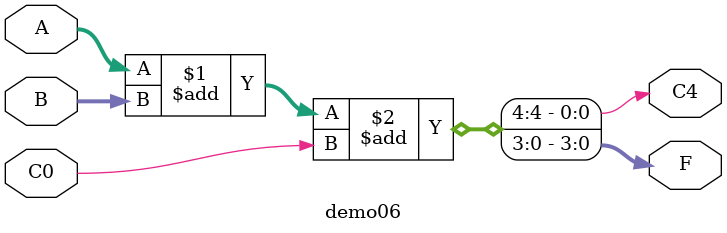
<source format=v>
`timescale 1ns / 1ps
module demo06(A,B,C0,C4,F);

	input[3:0] A,B;
	input C0;
	output[3:0] F;
	output C4;
	
	assign {C4,F}=A+B+C0;
		
endmodule

</source>
